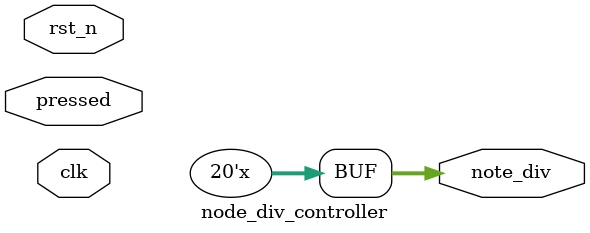
<source format=v>
`timescale 1ns / 1ps
module node_div_controller(
	input  clk, 
	input  rst_n, 
	input  [6:0] pressed, 
	output reg [19:0] note_div
);

	reg [19:0] next_note_div = 20'b0;
	
	always @(*) 
	begin
	note_div <= next_note_div;
		case(pressed)
			7'b0000001: next_note_div <= 20'd76336;
			7'b0000010: next_note_div <= 20'd68027;
			7'b0000100: next_note_div <= 20'd60606;
			7'b0001000: next_note_div <= 20'd57307;
			7'b0010000: next_note_div <= 20'd51020;
			7'b0100000: next_note_div <= 20'd45455;
			7'b1000000: next_note_div <= 20'd40486;
			default:    next_note_div <= 20'd0;
		endcase
	end

endmodule

</source>
